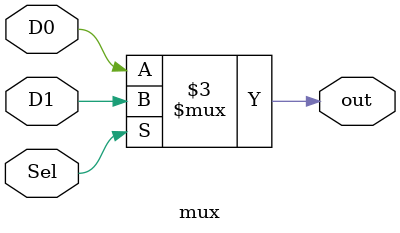
<source format=v>
module mux (
    input wire D0, D1,
    input wire Sel,
    output reg out
);

always @(*) begin
    out = (Sel == 0) ? D0 : D1;
end
    
endmodule
</source>
